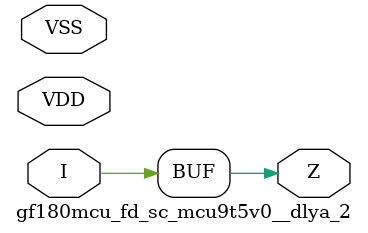
<source format=v>

module gf180mcu_fd_sc_mcu9t5v0__dlya_2( I, Z, VDD, VSS );
input I;
inout VDD, VSS;
output Z;

	buf MGM_BG_0( Z, I );

endmodule

</source>
